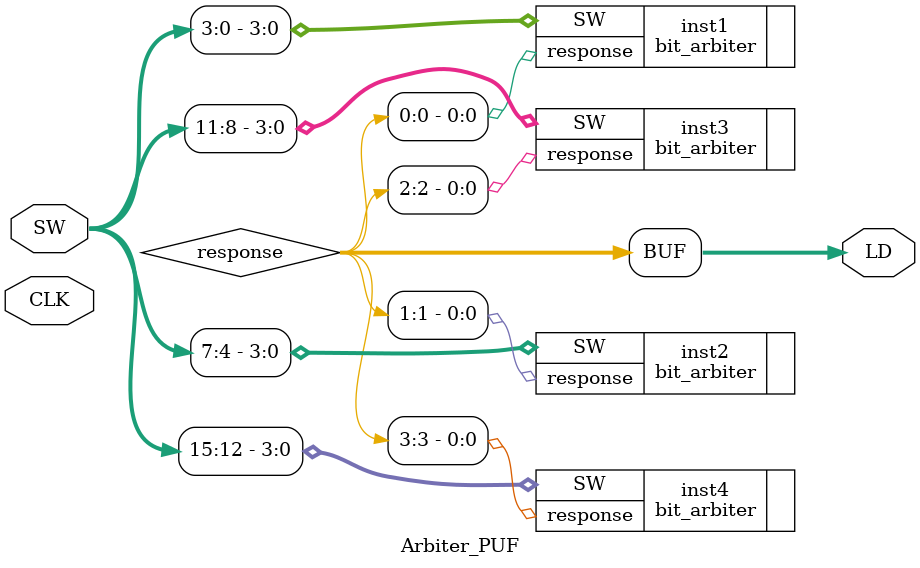
<source format=v>
module Arbiter_PUF(
    input CLK,
    input [15:0] SW,
    output [3:0] LD
);

    reg [31:0] counter;         // クロックカウント用レジスタ
    wire [3:0] response;         // レスポンス信号
    reg update_response;        // レスポンス更新フラグ
//    reg test_led = 0;

    // クロックカウント
    always @(posedge CLK) begin
        if (counter >= 32'd50000000 - 1) begin // 50MHzクロックで1秒カウント
            counter <= 0;
            update_response <= 1; // 1秒ごとにレスポンスを更新
//            test_led <= ~test_led;
        end else begin
            counter <= counter + 1;
            update_response <= 0;
        end
    end

    // bit_arbiter モジュールのインスタンス化とレスポンスの更新
    bit_arbiter inst1 (
        .SW(SW[3:0]),
        .response(response[0])
    );
    bit_arbiter inst2 (
        .SW(SW[7:4]),
        .response(response[1])
    );
    bit_arbiter inst3 (
        .SW(SW[11:8]),
        .response(response[2])
    );
    bit_arbiter inst4 (
        .SW(SW[15:12]),
        .response(response[3])
    );

    assign LD = response;
//    assign LED = test_led;
endmodule
</source>
